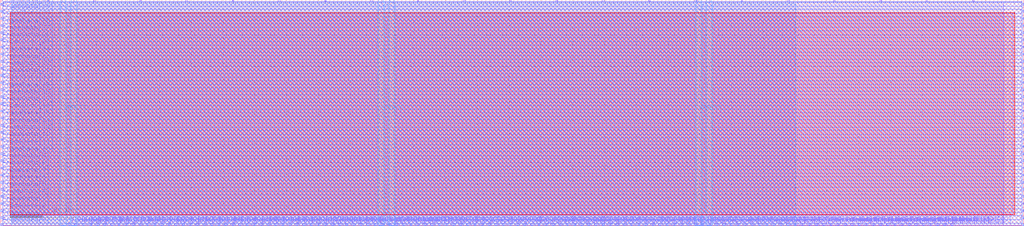
<source format=lef>
VERSION 5.7 ;
  NOWIREEXTENSIONATPIN ON ;
  DIVIDERCHAR "/" ;
  BUSBITCHARS "[]" ;
MACRO N_term_single2
  CLASS BLOCK ;
  FOREIGN N_term_single2 ;
  ORIGIN 0.000 0.000 ;
  SIZE 322.000 BY 71.120 ;
  PIN FrameData[0]
    DIRECTION INPUT ;
    USE SIGNAL ;
    ANTENNAGATEAREA 1.102000 ;
    PORT
      LAYER Metal3 ;
        RECT 0.000 0.000 0.560 0.560 ;
    END
  END FrameData[0]
  PIN FrameData[10]
    DIRECTION INPUT ;
    USE SIGNAL ;
    ANTENNAGATEAREA 1.102000 ;
    PORT
      LAYER Metal3 ;
        RECT 0.000 22.400 0.560 22.960 ;
    END
  END FrameData[10]
  PIN FrameData[11]
    DIRECTION INPUT ;
    USE SIGNAL ;
    ANTENNAGATEAREA 1.102000 ;
    PORT
      LAYER Metal3 ;
        RECT 0.000 24.640 0.560 25.200 ;
    END
  END FrameData[11]
  PIN FrameData[12]
    DIRECTION INPUT ;
    USE SIGNAL ;
    ANTENNAGATEAREA 1.102000 ;
    PORT
      LAYER Metal3 ;
        RECT 0.000 26.880 0.560 27.440 ;
    END
  END FrameData[12]
  PIN FrameData[13]
    DIRECTION INPUT ;
    USE SIGNAL ;
    ANTENNAGATEAREA 1.102000 ;
    PORT
      LAYER Metal3 ;
        RECT 0.000 29.120 0.560 29.680 ;
    END
  END FrameData[13]
  PIN FrameData[14]
    DIRECTION INPUT ;
    USE SIGNAL ;
    ANTENNAGATEAREA 1.102000 ;
    PORT
      LAYER Metal3 ;
        RECT 0.000 31.360 0.560 31.920 ;
    END
  END FrameData[14]
  PIN FrameData[15]
    DIRECTION INPUT ;
    USE SIGNAL ;
    ANTENNAGATEAREA 1.102000 ;
    PORT
      LAYER Metal3 ;
        RECT 0.000 33.600 0.560 34.160 ;
    END
  END FrameData[15]
  PIN FrameData[16]
    DIRECTION INPUT ;
    USE SIGNAL ;
    ANTENNAGATEAREA 1.102000 ;
    PORT
      LAYER Metal3 ;
        RECT 0.000 35.840 0.560 36.400 ;
    END
  END FrameData[16]
  PIN FrameData[17]
    DIRECTION INPUT ;
    USE SIGNAL ;
    ANTENNAGATEAREA 1.102000 ;
    PORT
      LAYER Metal3 ;
        RECT 0.000 38.080 0.560 38.640 ;
    END
  END FrameData[17]
  PIN FrameData[18]
    DIRECTION INPUT ;
    USE SIGNAL ;
    ANTENNAGATEAREA 1.102000 ;
    PORT
      LAYER Metal3 ;
        RECT 0.000 40.320 0.560 40.880 ;
    END
  END FrameData[18]
  PIN FrameData[19]
    DIRECTION INPUT ;
    USE SIGNAL ;
    ANTENNAGATEAREA 1.102000 ;
    PORT
      LAYER Metal3 ;
        RECT 0.000 42.560 0.560 43.120 ;
    END
  END FrameData[19]
  PIN FrameData[1]
    DIRECTION INPUT ;
    USE SIGNAL ;
    ANTENNAGATEAREA 1.102000 ;
    PORT
      LAYER Metal3 ;
        RECT 0.000 2.240 0.560 2.800 ;
    END
  END FrameData[1]
  PIN FrameData[20]
    DIRECTION INPUT ;
    USE SIGNAL ;
    ANTENNAGATEAREA 1.102000 ;
    PORT
      LAYER Metal3 ;
        RECT 0.000 44.800 0.560 45.360 ;
    END
  END FrameData[20]
  PIN FrameData[21]
    DIRECTION INPUT ;
    USE SIGNAL ;
    ANTENNAGATEAREA 1.102000 ;
    PORT
      LAYER Metal3 ;
        RECT 0.000 47.040 0.560 47.600 ;
    END
  END FrameData[21]
  PIN FrameData[22]
    DIRECTION INPUT ;
    USE SIGNAL ;
    ANTENNAGATEAREA 1.102000 ;
    PORT
      LAYER Metal3 ;
        RECT 0.000 49.280 0.560 49.840 ;
    END
  END FrameData[22]
  PIN FrameData[23]
    DIRECTION INPUT ;
    USE SIGNAL ;
    ANTENNAGATEAREA 1.102000 ;
    PORT
      LAYER Metal3 ;
        RECT 0.000 51.520 0.560 52.080 ;
    END
  END FrameData[23]
  PIN FrameData[24]
    DIRECTION INPUT ;
    USE SIGNAL ;
    ANTENNAGATEAREA 1.102000 ;
    PORT
      LAYER Metal3 ;
        RECT 0.000 53.760 0.560 54.320 ;
    END
  END FrameData[24]
  PIN FrameData[25]
    DIRECTION INPUT ;
    USE SIGNAL ;
    ANTENNAGATEAREA 1.102000 ;
    PORT
      LAYER Metal3 ;
        RECT 0.000 56.000 0.560 56.560 ;
    END
  END FrameData[25]
  PIN FrameData[26]
    DIRECTION INPUT ;
    USE SIGNAL ;
    ANTENNAGATEAREA 1.102000 ;
    PORT
      LAYER Metal3 ;
        RECT 0.000 58.240 0.560 58.800 ;
    END
  END FrameData[26]
  PIN FrameData[27]
    DIRECTION INPUT ;
    USE SIGNAL ;
    ANTENNAGATEAREA 1.102000 ;
    PORT
      LAYER Metal3 ;
        RECT 0.000 60.480 0.560 61.040 ;
    END
  END FrameData[27]
  PIN FrameData[28]
    DIRECTION INPUT ;
    USE SIGNAL ;
    ANTENNAGATEAREA 1.102000 ;
    PORT
      LAYER Metal3 ;
        RECT 0.000 62.720 0.560 63.280 ;
    END
  END FrameData[28]
  PIN FrameData[29]
    DIRECTION INPUT ;
    USE SIGNAL ;
    ANTENNAGATEAREA 1.102000 ;
    PORT
      LAYER Metal3 ;
        RECT 0.000 64.960 0.560 65.520 ;
    END
  END FrameData[29]
  PIN FrameData[2]
    DIRECTION INPUT ;
    USE SIGNAL ;
    ANTENNAGATEAREA 1.102000 ;
    PORT
      LAYER Metal3 ;
        RECT 0.000 4.480 0.560 5.040 ;
    END
  END FrameData[2]
  PIN FrameData[30]
    DIRECTION INPUT ;
    USE SIGNAL ;
    ANTENNAGATEAREA 1.102000 ;
    PORT
      LAYER Metal3 ;
        RECT 0.000 67.200 0.560 67.760 ;
    END
  END FrameData[30]
  PIN FrameData[31]
    DIRECTION INPUT ;
    USE SIGNAL ;
    ANTENNAGATEAREA 1.102000 ;
    PORT
      LAYER Metal3 ;
        RECT 0.000 69.440 0.560 70.000 ;
    END
  END FrameData[31]
  PIN FrameData[3]
    DIRECTION INPUT ;
    USE SIGNAL ;
    ANTENNAGATEAREA 1.102000 ;
    PORT
      LAYER Metal3 ;
        RECT 0.000 6.720 0.560 7.280 ;
    END
  END FrameData[3]
  PIN FrameData[4]
    DIRECTION INPUT ;
    USE SIGNAL ;
    ANTENNAGATEAREA 1.102000 ;
    PORT
      LAYER Metal3 ;
        RECT 0.000 8.960 0.560 9.520 ;
    END
  END FrameData[4]
  PIN FrameData[5]
    DIRECTION INPUT ;
    USE SIGNAL ;
    ANTENNAGATEAREA 1.102000 ;
    PORT
      LAYER Metal3 ;
        RECT 0.000 11.200 0.560 11.760 ;
    END
  END FrameData[5]
  PIN FrameData[6]
    DIRECTION INPUT ;
    USE SIGNAL ;
    ANTENNAGATEAREA 1.102000 ;
    PORT
      LAYER Metal3 ;
        RECT 0.000 13.440 0.560 14.000 ;
    END
  END FrameData[6]
  PIN FrameData[7]
    DIRECTION INPUT ;
    USE SIGNAL ;
    ANTENNAGATEAREA 1.102000 ;
    PORT
      LAYER Metal3 ;
        RECT 0.000 15.680 0.560 16.240 ;
    END
  END FrameData[7]
  PIN FrameData[8]
    DIRECTION INPUT ;
    USE SIGNAL ;
    ANTENNAGATEAREA 1.102000 ;
    PORT
      LAYER Metal3 ;
        RECT 0.000 17.920 0.560 18.480 ;
    END
  END FrameData[8]
  PIN FrameData[9]
    DIRECTION INPUT ;
    USE SIGNAL ;
    ANTENNAGATEAREA 1.102000 ;
    PORT
      LAYER Metal3 ;
        RECT 0.000 20.160 0.560 20.720 ;
    END
  END FrameData[9]
  PIN FrameData_O[0]
    DIRECTION OUTPUT ;
    USE SIGNAL ;
    ANTENNADIFFAREA 2.365600 ;
    PORT
      LAYER Metal3 ;
        RECT 321.440 0.000 322.000 0.560 ;
    END
  END FrameData_O[0]
  PIN FrameData_O[10]
    DIRECTION OUTPUT ;
    USE SIGNAL ;
    ANTENNADIFFAREA 2.365600 ;
    PORT
      LAYER Metal3 ;
        RECT 321.440 22.400 322.000 22.960 ;
    END
  END FrameData_O[10]
  PIN FrameData_O[11]
    DIRECTION OUTPUT ;
    USE SIGNAL ;
    ANTENNADIFFAREA 2.365600 ;
    PORT
      LAYER Metal3 ;
        RECT 321.440 24.640 322.000 25.200 ;
    END
  END FrameData_O[11]
  PIN FrameData_O[12]
    DIRECTION OUTPUT ;
    USE SIGNAL ;
    ANTENNADIFFAREA 2.365600 ;
    PORT
      LAYER Metal3 ;
        RECT 321.440 26.880 322.000 27.440 ;
    END
  END FrameData_O[12]
  PIN FrameData_O[13]
    DIRECTION OUTPUT ;
    USE SIGNAL ;
    ANTENNADIFFAREA 2.365600 ;
    PORT
      LAYER Metal3 ;
        RECT 321.440 29.120 322.000 29.680 ;
    END
  END FrameData_O[13]
  PIN FrameData_O[14]
    DIRECTION OUTPUT ;
    USE SIGNAL ;
    ANTENNADIFFAREA 2.365600 ;
    PORT
      LAYER Metal3 ;
        RECT 321.440 31.360 322.000 31.920 ;
    END
  END FrameData_O[14]
  PIN FrameData_O[15]
    DIRECTION OUTPUT ;
    USE SIGNAL ;
    ANTENNADIFFAREA 2.365600 ;
    PORT
      LAYER Metal3 ;
        RECT 321.440 33.600 322.000 34.160 ;
    END
  END FrameData_O[15]
  PIN FrameData_O[16]
    DIRECTION OUTPUT ;
    USE SIGNAL ;
    ANTENNADIFFAREA 2.365600 ;
    PORT
      LAYER Metal3 ;
        RECT 321.440 35.840 322.000 36.400 ;
    END
  END FrameData_O[16]
  PIN FrameData_O[17]
    DIRECTION OUTPUT ;
    USE SIGNAL ;
    ANTENNADIFFAREA 2.365600 ;
    PORT
      LAYER Metal3 ;
        RECT 321.440 38.080 322.000 38.640 ;
    END
  END FrameData_O[17]
  PIN FrameData_O[18]
    DIRECTION OUTPUT ;
    USE SIGNAL ;
    ANTENNADIFFAREA 2.365600 ;
    PORT
      LAYER Metal3 ;
        RECT 321.440 40.320 322.000 40.880 ;
    END
  END FrameData_O[18]
  PIN FrameData_O[19]
    DIRECTION OUTPUT ;
    USE SIGNAL ;
    ANTENNADIFFAREA 2.365600 ;
    PORT
      LAYER Metal3 ;
        RECT 321.440 42.560 322.000 43.120 ;
    END
  END FrameData_O[19]
  PIN FrameData_O[1]
    DIRECTION OUTPUT ;
    USE SIGNAL ;
    ANTENNADIFFAREA 2.365600 ;
    PORT
      LAYER Metal3 ;
        RECT 321.440 2.240 322.000 2.800 ;
    END
  END FrameData_O[1]
  PIN FrameData_O[20]
    DIRECTION OUTPUT ;
    USE SIGNAL ;
    ANTENNADIFFAREA 2.365600 ;
    PORT
      LAYER Metal3 ;
        RECT 321.440 44.800 322.000 45.360 ;
    END
  END FrameData_O[20]
  PIN FrameData_O[21]
    DIRECTION OUTPUT ;
    USE SIGNAL ;
    ANTENNADIFFAREA 2.365600 ;
    PORT
      LAYER Metal3 ;
        RECT 321.440 47.040 322.000 47.600 ;
    END
  END FrameData_O[21]
  PIN FrameData_O[22]
    DIRECTION OUTPUT ;
    USE SIGNAL ;
    ANTENNADIFFAREA 2.365600 ;
    PORT
      LAYER Metal3 ;
        RECT 321.440 49.280 322.000 49.840 ;
    END
  END FrameData_O[22]
  PIN FrameData_O[23]
    DIRECTION OUTPUT ;
    USE SIGNAL ;
    ANTENNADIFFAREA 2.365600 ;
    PORT
      LAYER Metal3 ;
        RECT 321.440 51.520 322.000 52.080 ;
    END
  END FrameData_O[23]
  PIN FrameData_O[24]
    DIRECTION OUTPUT ;
    USE SIGNAL ;
    ANTENNADIFFAREA 2.365600 ;
    PORT
      LAYER Metal3 ;
        RECT 321.440 53.760 322.000 54.320 ;
    END
  END FrameData_O[24]
  PIN FrameData_O[25]
    DIRECTION OUTPUT ;
    USE SIGNAL ;
    ANTENNADIFFAREA 2.365600 ;
    PORT
      LAYER Metal3 ;
        RECT 321.440 56.000 322.000 56.560 ;
    END
  END FrameData_O[25]
  PIN FrameData_O[26]
    DIRECTION OUTPUT ;
    USE SIGNAL ;
    ANTENNADIFFAREA 2.365600 ;
    PORT
      LAYER Metal3 ;
        RECT 321.440 58.240 322.000 58.800 ;
    END
  END FrameData_O[26]
  PIN FrameData_O[27]
    DIRECTION OUTPUT ;
    USE SIGNAL ;
    ANTENNADIFFAREA 2.365600 ;
    PORT
      LAYER Metal3 ;
        RECT 321.440 60.480 322.000 61.040 ;
    END
  END FrameData_O[27]
  PIN FrameData_O[28]
    DIRECTION OUTPUT ;
    USE SIGNAL ;
    ANTENNADIFFAREA 2.365600 ;
    PORT
      LAYER Metal3 ;
        RECT 321.440 62.720 322.000 63.280 ;
    END
  END FrameData_O[28]
  PIN FrameData_O[29]
    DIRECTION OUTPUT ;
    USE SIGNAL ;
    ANTENNADIFFAREA 2.365600 ;
    PORT
      LAYER Metal3 ;
        RECT 321.440 64.960 322.000 65.520 ;
    END
  END FrameData_O[29]
  PIN FrameData_O[2]
    DIRECTION OUTPUT ;
    USE SIGNAL ;
    ANTENNADIFFAREA 2.365600 ;
    PORT
      LAYER Metal3 ;
        RECT 321.440 4.480 322.000 5.040 ;
    END
  END FrameData_O[2]
  PIN FrameData_O[30]
    DIRECTION OUTPUT ;
    USE SIGNAL ;
    ANTENNADIFFAREA 2.365600 ;
    PORT
      LAYER Metal3 ;
        RECT 321.440 67.200 322.000 67.760 ;
    END
  END FrameData_O[30]
  PIN FrameData_O[31]
    DIRECTION OUTPUT ;
    USE SIGNAL ;
    ANTENNADIFFAREA 2.365600 ;
    PORT
      LAYER Metal3 ;
        RECT 321.440 69.440 322.000 70.000 ;
    END
  END FrameData_O[31]
  PIN FrameData_O[3]
    DIRECTION OUTPUT ;
    USE SIGNAL ;
    ANTENNADIFFAREA 2.365600 ;
    PORT
      LAYER Metal3 ;
        RECT 321.440 6.720 322.000 7.280 ;
    END
  END FrameData_O[3]
  PIN FrameData_O[4]
    DIRECTION OUTPUT ;
    USE SIGNAL ;
    ANTENNADIFFAREA 2.365600 ;
    PORT
      LAYER Metal3 ;
        RECT 321.440 8.960 322.000 9.520 ;
    END
  END FrameData_O[4]
  PIN FrameData_O[5]
    DIRECTION OUTPUT ;
    USE SIGNAL ;
    ANTENNADIFFAREA 2.365600 ;
    PORT
      LAYER Metal3 ;
        RECT 321.440 11.200 322.000 11.760 ;
    END
  END FrameData_O[5]
  PIN FrameData_O[6]
    DIRECTION OUTPUT ;
    USE SIGNAL ;
    ANTENNADIFFAREA 2.365600 ;
    PORT
      LAYER Metal3 ;
        RECT 321.440 13.440 322.000 14.000 ;
    END
  END FrameData_O[6]
  PIN FrameData_O[7]
    DIRECTION OUTPUT ;
    USE SIGNAL ;
    ANTENNADIFFAREA 2.365600 ;
    PORT
      LAYER Metal3 ;
        RECT 321.440 15.680 322.000 16.240 ;
    END
  END FrameData_O[7]
  PIN FrameData_O[8]
    DIRECTION OUTPUT ;
    USE SIGNAL ;
    ANTENNADIFFAREA 2.365600 ;
    PORT
      LAYER Metal3 ;
        RECT 321.440 17.920 322.000 18.480 ;
    END
  END FrameData_O[8]
  PIN FrameData_O[9]
    DIRECTION OUTPUT ;
    USE SIGNAL ;
    ANTENNADIFFAREA 2.365600 ;
    PORT
      LAYER Metal3 ;
        RECT 321.440 20.160 322.000 20.720 ;
    END
  END FrameData_O[9]
  PIN FrameStrobe[0]
    DIRECTION INPUT ;
    USE SIGNAL ;
    ANTENNAGATEAREA 1.102000 ;
    PORT
      LAYER Metal2 ;
        RECT 256.480 0.000 257.040 0.560 ;
    END
  END FrameStrobe[0]
  PIN FrameStrobe[10]
    DIRECTION INPUT ;
    USE SIGNAL ;
    ANTENNAGATEAREA 1.102000 ;
    PORT
      LAYER Metal2 ;
        RECT 278.880 0.000 279.440 0.560 ;
    END
  END FrameStrobe[10]
  PIN FrameStrobe[11]
    DIRECTION INPUT ;
    USE SIGNAL ;
    ANTENNAGATEAREA 1.102000 ;
    PORT
      LAYER Metal2 ;
        RECT 281.120 0.000 281.680 0.560 ;
    END
  END FrameStrobe[11]
  PIN FrameStrobe[12]
    DIRECTION INPUT ;
    USE SIGNAL ;
    ANTENNAGATEAREA 1.102000 ;
    PORT
      LAYER Metal2 ;
        RECT 283.360 0.000 283.920 0.560 ;
    END
  END FrameStrobe[12]
  PIN FrameStrobe[13]
    DIRECTION INPUT ;
    USE SIGNAL ;
    ANTENNAGATEAREA 1.102000 ;
    PORT
      LAYER Metal2 ;
        RECT 285.600 0.000 286.160 0.560 ;
    END
  END FrameStrobe[13]
  PIN FrameStrobe[14]
    DIRECTION INPUT ;
    USE SIGNAL ;
    ANTENNAGATEAREA 1.102000 ;
    PORT
      LAYER Metal2 ;
        RECT 287.840 0.000 288.400 0.560 ;
    END
  END FrameStrobe[14]
  PIN FrameStrobe[15]
    DIRECTION INPUT ;
    USE SIGNAL ;
    ANTENNAGATEAREA 1.102000 ;
    PORT
      LAYER Metal2 ;
        RECT 290.080 0.000 290.640 0.560 ;
    END
  END FrameStrobe[15]
  PIN FrameStrobe[16]
    DIRECTION INPUT ;
    USE SIGNAL ;
    ANTENNAGATEAREA 1.102000 ;
    PORT
      LAYER Metal2 ;
        RECT 292.320 0.000 292.880 0.560 ;
    END
  END FrameStrobe[16]
  PIN FrameStrobe[17]
    DIRECTION INPUT ;
    USE SIGNAL ;
    ANTENNAGATEAREA 1.102000 ;
    PORT
      LAYER Metal2 ;
        RECT 294.560 0.000 295.120 0.560 ;
    END
  END FrameStrobe[17]
  PIN FrameStrobe[18]
    DIRECTION INPUT ;
    USE SIGNAL ;
    ANTENNAGATEAREA 1.102000 ;
    PORT
      LAYER Metal2 ;
        RECT 296.800 0.000 297.360 0.560 ;
    END
  END FrameStrobe[18]
  PIN FrameStrobe[19]
    DIRECTION INPUT ;
    USE SIGNAL ;
    ANTENNAGATEAREA 1.102000 ;
    PORT
      LAYER Metal2 ;
        RECT 299.040 0.000 299.600 0.560 ;
    END
  END FrameStrobe[19]
  PIN FrameStrobe[1]
    DIRECTION INPUT ;
    USE SIGNAL ;
    ANTENNAGATEAREA 1.102000 ;
    PORT
      LAYER Metal2 ;
        RECT 258.720 0.000 259.280 0.560 ;
    END
  END FrameStrobe[1]
  PIN FrameStrobe[2]
    DIRECTION INPUT ;
    USE SIGNAL ;
    ANTENNAGATEAREA 1.102000 ;
    PORT
      LAYER Metal2 ;
        RECT 260.960 0.000 261.520 0.560 ;
    END
  END FrameStrobe[2]
  PIN FrameStrobe[3]
    DIRECTION INPUT ;
    USE SIGNAL ;
    ANTENNAGATEAREA 1.102000 ;
    PORT
      LAYER Metal2 ;
        RECT 263.200 0.000 263.760 0.560 ;
    END
  END FrameStrobe[3]
  PIN FrameStrobe[4]
    DIRECTION INPUT ;
    USE SIGNAL ;
    ANTENNAGATEAREA 1.102000 ;
    PORT
      LAYER Metal2 ;
        RECT 265.440 0.000 266.000 0.560 ;
    END
  END FrameStrobe[4]
  PIN FrameStrobe[5]
    DIRECTION INPUT ;
    USE SIGNAL ;
    ANTENNAGATEAREA 1.102000 ;
    PORT
      LAYER Metal2 ;
        RECT 267.680 0.000 268.240 0.560 ;
    END
  END FrameStrobe[5]
  PIN FrameStrobe[6]
    DIRECTION INPUT ;
    USE SIGNAL ;
    ANTENNAGATEAREA 1.102000 ;
    PORT
      LAYER Metal2 ;
        RECT 269.920 0.000 270.480 0.560 ;
    END
  END FrameStrobe[6]
  PIN FrameStrobe[7]
    DIRECTION INPUT ;
    USE SIGNAL ;
    ANTENNAGATEAREA 1.102000 ;
    PORT
      LAYER Metal2 ;
        RECT 272.160 0.000 272.720 0.560 ;
    END
  END FrameStrobe[7]
  PIN FrameStrobe[8]
    DIRECTION INPUT ;
    USE SIGNAL ;
    ANTENNAGATEAREA 1.102000 ;
    PORT
      LAYER Metal2 ;
        RECT 274.400 0.000 274.960 0.560 ;
    END
  END FrameStrobe[8]
  PIN FrameStrobe[9]
    DIRECTION INPUT ;
    USE SIGNAL ;
    ANTENNAGATEAREA 1.102000 ;
    PORT
      LAYER Metal2 ;
        RECT 276.640 0.000 277.200 0.560 ;
    END
  END FrameStrobe[9]
  PIN FrameStrobe_O[0]
    DIRECTION OUTPUT ;
    USE SIGNAL ;
    ANTENNADIFFAREA 2.365600 ;
    PORT
      LAYER Metal2 ;
        RECT 29.120 70.560 29.680 71.120 ;
    END
  END FrameStrobe_O[0]
  PIN FrameStrobe_O[10]
    DIRECTION OUTPUT ;
    USE SIGNAL ;
    ANTENNADIFFAREA 2.365600 ;
    PORT
      LAYER Metal2 ;
        RECT 174.720 70.560 175.280 71.120 ;
    END
  END FrameStrobe_O[10]
  PIN FrameStrobe_O[11]
    DIRECTION OUTPUT ;
    USE SIGNAL ;
    ANTENNADIFFAREA 2.365600 ;
    PORT
      LAYER Metal2 ;
        RECT 189.280 70.560 189.840 71.120 ;
    END
  END FrameStrobe_O[11]
  PIN FrameStrobe_O[12]
    DIRECTION OUTPUT ;
    USE SIGNAL ;
    ANTENNADIFFAREA 2.365600 ;
    PORT
      LAYER Metal2 ;
        RECT 203.840 70.560 204.400 71.120 ;
    END
  END FrameStrobe_O[12]
  PIN FrameStrobe_O[13]
    DIRECTION OUTPUT ;
    USE SIGNAL ;
    ANTENNADIFFAREA 2.365600 ;
    PORT
      LAYER Metal2 ;
        RECT 218.400 70.560 218.960 71.120 ;
    END
  END FrameStrobe_O[13]
  PIN FrameStrobe_O[14]
    DIRECTION OUTPUT ;
    USE SIGNAL ;
    ANTENNADIFFAREA 2.365600 ;
    PORT
      LAYER Metal2 ;
        RECT 232.960 70.560 233.520 71.120 ;
    END
  END FrameStrobe_O[14]
  PIN FrameStrobe_O[15]
    DIRECTION OUTPUT ;
    USE SIGNAL ;
    ANTENNADIFFAREA 2.365600 ;
    PORT
      LAYER Metal2 ;
        RECT 247.520 70.560 248.080 71.120 ;
    END
  END FrameStrobe_O[15]
  PIN FrameStrobe_O[16]
    DIRECTION OUTPUT ;
    USE SIGNAL ;
    ANTENNADIFFAREA 2.365600 ;
    PORT
      LAYER Metal2 ;
        RECT 262.080 70.560 262.640 71.120 ;
    END
  END FrameStrobe_O[16]
  PIN FrameStrobe_O[17]
    DIRECTION OUTPUT ;
    USE SIGNAL ;
    ANTENNADIFFAREA 2.365600 ;
    PORT
      LAYER Metal2 ;
        RECT 276.640 70.560 277.200 71.120 ;
    END
  END FrameStrobe_O[17]
  PIN FrameStrobe_O[18]
    DIRECTION OUTPUT ;
    USE SIGNAL ;
    ANTENNADIFFAREA 2.365600 ;
    PORT
      LAYER Metal2 ;
        RECT 291.200 70.560 291.760 71.120 ;
    END
  END FrameStrobe_O[18]
  PIN FrameStrobe_O[19]
    DIRECTION OUTPUT ;
    USE SIGNAL ;
    ANTENNADIFFAREA 2.365600 ;
    PORT
      LAYER Metal2 ;
        RECT 305.760 70.560 306.320 71.120 ;
    END
  END FrameStrobe_O[19]
  PIN FrameStrobe_O[1]
    DIRECTION OUTPUT ;
    USE SIGNAL ;
    ANTENNADIFFAREA 2.365600 ;
    PORT
      LAYER Metal2 ;
        RECT 43.680 70.560 44.240 71.120 ;
    END
  END FrameStrobe_O[1]
  PIN FrameStrobe_O[2]
    DIRECTION OUTPUT ;
    USE SIGNAL ;
    ANTENNADIFFAREA 2.365600 ;
    PORT
      LAYER Metal2 ;
        RECT 58.240 70.560 58.800 71.120 ;
    END
  END FrameStrobe_O[2]
  PIN FrameStrobe_O[3]
    DIRECTION OUTPUT ;
    USE SIGNAL ;
    ANTENNADIFFAREA 2.365600 ;
    PORT
      LAYER Metal2 ;
        RECT 72.800 70.560 73.360 71.120 ;
    END
  END FrameStrobe_O[3]
  PIN FrameStrobe_O[4]
    DIRECTION OUTPUT ;
    USE SIGNAL ;
    ANTENNADIFFAREA 2.365600 ;
    PORT
      LAYER Metal2 ;
        RECT 87.360 70.560 87.920 71.120 ;
    END
  END FrameStrobe_O[4]
  PIN FrameStrobe_O[5]
    DIRECTION OUTPUT ;
    USE SIGNAL ;
    ANTENNADIFFAREA 2.365600 ;
    PORT
      LAYER Metal2 ;
        RECT 101.920 70.560 102.480 71.120 ;
    END
  END FrameStrobe_O[5]
  PIN FrameStrobe_O[6]
    DIRECTION OUTPUT ;
    USE SIGNAL ;
    ANTENNADIFFAREA 2.365600 ;
    PORT
      LAYER Metal2 ;
        RECT 116.480 70.560 117.040 71.120 ;
    END
  END FrameStrobe_O[6]
  PIN FrameStrobe_O[7]
    DIRECTION OUTPUT ;
    USE SIGNAL ;
    ANTENNADIFFAREA 2.365600 ;
    PORT
      LAYER Metal2 ;
        RECT 131.040 70.560 131.600 71.120 ;
    END
  END FrameStrobe_O[7]
  PIN FrameStrobe_O[8]
    DIRECTION OUTPUT ;
    USE SIGNAL ;
    ANTENNADIFFAREA 2.365600 ;
    PORT
      LAYER Metal2 ;
        RECT 145.600 70.560 146.160 71.120 ;
    END
  END FrameStrobe_O[8]
  PIN FrameStrobe_O[9]
    DIRECTION OUTPUT ;
    USE SIGNAL ;
    ANTENNADIFFAREA 2.365600 ;
    PORT
      LAYER Metal2 ;
        RECT 160.160 70.560 160.720 71.120 ;
    END
  END FrameStrobe_O[9]
  PIN N1END[0]
    DIRECTION INPUT ;
    USE SIGNAL ;
    ANTENNAGATEAREA 1.102000 ;
    PORT
      LAYER Metal2 ;
        RECT 21.280 0.000 21.840 0.560 ;
    END
  END N1END[0]
  PIN N1END[1]
    DIRECTION INPUT ;
    USE SIGNAL ;
    ANTENNAGATEAREA 1.102000 ;
    PORT
      LAYER Metal2 ;
        RECT 23.520 0.000 24.080 0.560 ;
    END
  END N1END[1]
  PIN N1END[2]
    DIRECTION INPUT ;
    USE SIGNAL ;
    ANTENNAGATEAREA 1.102000 ;
    PORT
      LAYER Metal2 ;
        RECT 25.760 0.000 26.320 0.560 ;
    END
  END N1END[2]
  PIN N1END[3]
    DIRECTION INPUT ;
    USE SIGNAL ;
    ANTENNAGATEAREA 1.102000 ;
    PORT
      LAYER Metal2 ;
        RECT 28.000 0.000 28.560 0.560 ;
    END
  END N1END[3]
  PIN N2END[0]
    DIRECTION INPUT ;
    USE SIGNAL ;
    ANTENNAGATEAREA 1.102000 ;
    PORT
      LAYER Metal2 ;
        RECT 48.160 0.000 48.720 0.560 ;
    END
  END N2END[0]
  PIN N2END[1]
    DIRECTION INPUT ;
    USE SIGNAL ;
    ANTENNAGATEAREA 1.102000 ;
    PORT
      LAYER Metal2 ;
        RECT 50.400 0.000 50.960 0.560 ;
    END
  END N2END[1]
  PIN N2END[2]
    DIRECTION INPUT ;
    USE SIGNAL ;
    ANTENNAGATEAREA 1.102000 ;
    PORT
      LAYER Metal2 ;
        RECT 52.640 0.000 53.200 0.560 ;
    END
  END N2END[2]
  PIN N2END[3]
    DIRECTION INPUT ;
    USE SIGNAL ;
    ANTENNAGATEAREA 1.102000 ;
    PORT
      LAYER Metal2 ;
        RECT 54.880 0.000 55.440 0.560 ;
    END
  END N2END[3]
  PIN N2END[4]
    DIRECTION INPUT ;
    USE SIGNAL ;
    ANTENNAGATEAREA 1.102000 ;
    PORT
      LAYER Metal2 ;
        RECT 57.120 0.000 57.680 0.560 ;
    END
  END N2END[4]
  PIN N2END[5]
    DIRECTION INPUT ;
    USE SIGNAL ;
    ANTENNAGATEAREA 1.102000 ;
    PORT
      LAYER Metal2 ;
        RECT 59.360 0.000 59.920 0.560 ;
    END
  END N2END[5]
  PIN N2END[6]
    DIRECTION INPUT ;
    USE SIGNAL ;
    ANTENNAGATEAREA 1.102000 ;
    PORT
      LAYER Metal2 ;
        RECT 61.600 0.000 62.160 0.560 ;
    END
  END N2END[6]
  PIN N2END[7]
    DIRECTION INPUT ;
    USE SIGNAL ;
    ANTENNAGATEAREA 1.102000 ;
    PORT
      LAYER Metal2 ;
        RECT 63.840 0.000 64.400 0.560 ;
    END
  END N2END[7]
  PIN N2MID[0]
    DIRECTION INPUT ;
    USE SIGNAL ;
    ANTENNAGATEAREA 1.102000 ;
    PORT
      LAYER Metal2 ;
        RECT 30.240 0.000 30.800 0.560 ;
    END
  END N2MID[0]
  PIN N2MID[1]
    DIRECTION INPUT ;
    USE SIGNAL ;
    ANTENNAGATEAREA 1.102000 ;
    PORT
      LAYER Metal2 ;
        RECT 32.480 0.000 33.040 0.560 ;
    END
  END N2MID[1]
  PIN N2MID[2]
    DIRECTION INPUT ;
    USE SIGNAL ;
    ANTENNAGATEAREA 1.102000 ;
    PORT
      LAYER Metal2 ;
        RECT 34.720 0.000 35.280 0.560 ;
    END
  END N2MID[2]
  PIN N2MID[3]
    DIRECTION INPUT ;
    USE SIGNAL ;
    ANTENNAGATEAREA 1.102000 ;
    PORT
      LAYER Metal2 ;
        RECT 36.960 0.000 37.520 0.560 ;
    END
  END N2MID[3]
  PIN N2MID[4]
    DIRECTION INPUT ;
    USE SIGNAL ;
    ANTENNAGATEAREA 1.102000 ;
    PORT
      LAYER Metal2 ;
        RECT 39.200 0.000 39.760 0.560 ;
    END
  END N2MID[4]
  PIN N2MID[5]
    DIRECTION INPUT ;
    USE SIGNAL ;
    ANTENNAGATEAREA 1.102000 ;
    PORT
      LAYER Metal2 ;
        RECT 41.440 0.000 42.000 0.560 ;
    END
  END N2MID[5]
  PIN N2MID[6]
    DIRECTION INPUT ;
    USE SIGNAL ;
    ANTENNAGATEAREA 1.102000 ;
    PORT
      LAYER Metal2 ;
        RECT 43.680 0.000 44.240 0.560 ;
    END
  END N2MID[6]
  PIN N2MID[7]
    DIRECTION INPUT ;
    USE SIGNAL ;
    ANTENNAGATEAREA 1.102000 ;
    PORT
      LAYER Metal2 ;
        RECT 45.920 0.000 46.480 0.560 ;
    END
  END N2MID[7]
  PIN N4END[0]
    DIRECTION INPUT ;
    USE SIGNAL ;
    ANTENNAGATEAREA 1.102000 ;
    PORT
      LAYER Metal2 ;
        RECT 66.080 0.000 66.640 0.560 ;
    END
  END N4END[0]
  PIN N4END[10]
    DIRECTION INPUT ;
    USE SIGNAL ;
    ANTENNAGATEAREA 1.102000 ;
    PORT
      LAYER Metal2 ;
        RECT 88.480 0.000 89.040 0.560 ;
    END
  END N4END[10]
  PIN N4END[11]
    DIRECTION INPUT ;
    USE SIGNAL ;
    ANTENNAGATEAREA 1.102000 ;
    PORT
      LAYER Metal2 ;
        RECT 90.720 0.000 91.280 0.560 ;
    END
  END N4END[11]
  PIN N4END[12]
    DIRECTION INPUT ;
    USE SIGNAL ;
    ANTENNAGATEAREA 1.102000 ;
    PORT
      LAYER Metal2 ;
        RECT 92.960 0.000 93.520 0.560 ;
    END
  END N4END[12]
  PIN N4END[13]
    DIRECTION INPUT ;
    USE SIGNAL ;
    ANTENNAGATEAREA 1.102000 ;
    PORT
      LAYER Metal2 ;
        RECT 95.200 0.000 95.760 0.560 ;
    END
  END N4END[13]
  PIN N4END[14]
    DIRECTION INPUT ;
    USE SIGNAL ;
    ANTENNAGATEAREA 1.102000 ;
    PORT
      LAYER Metal2 ;
        RECT 97.440 0.000 98.000 0.560 ;
    END
  END N4END[14]
  PIN N4END[15]
    DIRECTION INPUT ;
    USE SIGNAL ;
    ANTENNAGATEAREA 1.102000 ;
    PORT
      LAYER Metal2 ;
        RECT 99.680 0.000 100.240 0.560 ;
    END
  END N4END[15]
  PIN N4END[1]
    DIRECTION INPUT ;
    USE SIGNAL ;
    ANTENNAGATEAREA 1.102000 ;
    PORT
      LAYER Metal2 ;
        RECT 68.320 0.000 68.880 0.560 ;
    END
  END N4END[1]
  PIN N4END[2]
    DIRECTION INPUT ;
    USE SIGNAL ;
    ANTENNAGATEAREA 1.102000 ;
    PORT
      LAYER Metal2 ;
        RECT 70.560 0.000 71.120 0.560 ;
    END
  END N4END[2]
  PIN N4END[3]
    DIRECTION INPUT ;
    USE SIGNAL ;
    ANTENNAGATEAREA 1.102000 ;
    PORT
      LAYER Metal2 ;
        RECT 72.800 0.000 73.360 0.560 ;
    END
  END N4END[3]
  PIN N4END[4]
    DIRECTION INPUT ;
    USE SIGNAL ;
    ANTENNAGATEAREA 1.102000 ;
    PORT
      LAYER Metal2 ;
        RECT 75.040 0.000 75.600 0.560 ;
    END
  END N4END[4]
  PIN N4END[5]
    DIRECTION INPUT ;
    USE SIGNAL ;
    ANTENNAGATEAREA 1.102000 ;
    PORT
      LAYER Metal2 ;
        RECT 77.280 0.000 77.840 0.560 ;
    END
  END N4END[5]
  PIN N4END[6]
    DIRECTION INPUT ;
    USE SIGNAL ;
    ANTENNAGATEAREA 1.102000 ;
    PORT
      LAYER Metal2 ;
        RECT 79.520 0.000 80.080 0.560 ;
    END
  END N4END[6]
  PIN N4END[7]
    DIRECTION INPUT ;
    USE SIGNAL ;
    ANTENNAGATEAREA 1.102000 ;
    PORT
      LAYER Metal2 ;
        RECT 81.760 0.000 82.320 0.560 ;
    END
  END N4END[7]
  PIN N4END[8]
    DIRECTION INPUT ;
    USE SIGNAL ;
    ANTENNAGATEAREA 1.102000 ;
    PORT
      LAYER Metal2 ;
        RECT 84.000 0.000 84.560 0.560 ;
    END
  END N4END[8]
  PIN N4END[9]
    DIRECTION INPUT ;
    USE SIGNAL ;
    ANTENNAGATEAREA 1.102000 ;
    PORT
      LAYER Metal2 ;
        RECT 86.240 0.000 86.800 0.560 ;
    END
  END N4END[9]
  PIN NN4END[0]
    DIRECTION INPUT ;
    USE SIGNAL ;
    ANTENNAGATEAREA 1.102000 ;
    PORT
      LAYER Metal2 ;
        RECT 101.920 0.000 102.480 0.560 ;
    END
  END NN4END[0]
  PIN NN4END[10]
    DIRECTION INPUT ;
    USE SIGNAL ;
    ANTENNAGATEAREA 1.102000 ;
    PORT
      LAYER Metal2 ;
        RECT 124.320 0.000 124.880 0.560 ;
    END
  END NN4END[10]
  PIN NN4END[11]
    DIRECTION INPUT ;
    USE SIGNAL ;
    ANTENNAGATEAREA 1.102000 ;
    PORT
      LAYER Metal2 ;
        RECT 126.560 0.000 127.120 0.560 ;
    END
  END NN4END[11]
  PIN NN4END[12]
    DIRECTION INPUT ;
    USE SIGNAL ;
    ANTENNAGATEAREA 1.102000 ;
    PORT
      LAYER Metal2 ;
        RECT 128.800 0.000 129.360 0.560 ;
    END
  END NN4END[12]
  PIN NN4END[13]
    DIRECTION INPUT ;
    USE SIGNAL ;
    ANTENNAGATEAREA 1.102000 ;
    PORT
      LAYER Metal2 ;
        RECT 131.040 0.000 131.600 0.560 ;
    END
  END NN4END[13]
  PIN NN4END[14]
    DIRECTION INPUT ;
    USE SIGNAL ;
    ANTENNAGATEAREA 1.102000 ;
    PORT
      LAYER Metal2 ;
        RECT 133.280 0.000 133.840 0.560 ;
    END
  END NN4END[14]
  PIN NN4END[15]
    DIRECTION INPUT ;
    USE SIGNAL ;
    ANTENNAGATEAREA 1.102000 ;
    PORT
      LAYER Metal2 ;
        RECT 135.520 0.000 136.080 0.560 ;
    END
  END NN4END[15]
  PIN NN4END[1]
    DIRECTION INPUT ;
    USE SIGNAL ;
    ANTENNAGATEAREA 1.102000 ;
    PORT
      LAYER Metal2 ;
        RECT 104.160 0.000 104.720 0.560 ;
    END
  END NN4END[1]
  PIN NN4END[2]
    DIRECTION INPUT ;
    USE SIGNAL ;
    ANTENNAGATEAREA 1.102000 ;
    PORT
      LAYER Metal2 ;
        RECT 106.400 0.000 106.960 0.560 ;
    END
  END NN4END[2]
  PIN NN4END[3]
    DIRECTION INPUT ;
    USE SIGNAL ;
    ANTENNAGATEAREA 1.102000 ;
    PORT
      LAYER Metal2 ;
        RECT 108.640 0.000 109.200 0.560 ;
    END
  END NN4END[3]
  PIN NN4END[4]
    DIRECTION INPUT ;
    USE SIGNAL ;
    ANTENNAGATEAREA 1.102000 ;
    PORT
      LAYER Metal2 ;
        RECT 110.880 0.000 111.440 0.560 ;
    END
  END NN4END[4]
  PIN NN4END[5]
    DIRECTION INPUT ;
    USE SIGNAL ;
    ANTENNAGATEAREA 1.102000 ;
    PORT
      LAYER Metal2 ;
        RECT 113.120 0.000 113.680 0.560 ;
    END
  END NN4END[5]
  PIN NN4END[6]
    DIRECTION INPUT ;
    USE SIGNAL ;
    ANTENNAGATEAREA 1.102000 ;
    PORT
      LAYER Metal2 ;
        RECT 115.360 0.000 115.920 0.560 ;
    END
  END NN4END[6]
  PIN NN4END[7]
    DIRECTION INPUT ;
    USE SIGNAL ;
    ANTENNAGATEAREA 1.102000 ;
    PORT
      LAYER Metal2 ;
        RECT 117.600 0.000 118.160 0.560 ;
    END
  END NN4END[7]
  PIN NN4END[8]
    DIRECTION INPUT ;
    USE SIGNAL ;
    ANTENNAGATEAREA 1.102000 ;
    PORT
      LAYER Metal2 ;
        RECT 119.840 0.000 120.400 0.560 ;
    END
  END NN4END[8]
  PIN NN4END[9]
    DIRECTION INPUT ;
    USE SIGNAL ;
    ANTENNAGATEAREA 1.102000 ;
    PORT
      LAYER Metal2 ;
        RECT 122.080 0.000 122.640 0.560 ;
    END
  END NN4END[9]
  PIN S1BEG[0]
    DIRECTION OUTPUT ;
    USE SIGNAL ;
    ANTENNADIFFAREA 2.365600 ;
    PORT
      LAYER Metal2 ;
        RECT 137.760 0.000 138.320 0.560 ;
    END
  END S1BEG[0]
  PIN S1BEG[1]
    DIRECTION OUTPUT ;
    USE SIGNAL ;
    ANTENNADIFFAREA 2.365600 ;
    PORT
      LAYER Metal2 ;
        RECT 140.000 0.000 140.560 0.560 ;
    END
  END S1BEG[1]
  PIN S1BEG[2]
    DIRECTION OUTPUT ;
    USE SIGNAL ;
    ANTENNADIFFAREA 2.365600 ;
    PORT
      LAYER Metal2 ;
        RECT 142.240 0.000 142.800 0.560 ;
    END
  END S1BEG[2]
  PIN S1BEG[3]
    DIRECTION OUTPUT ;
    USE SIGNAL ;
    ANTENNADIFFAREA 2.365600 ;
    PORT
      LAYER Metal2 ;
        RECT 144.480 0.000 145.040 0.560 ;
    END
  END S1BEG[3]
  PIN S2BEG[0]
    DIRECTION OUTPUT ;
    USE SIGNAL ;
    ANTENNADIFFAREA 2.365600 ;
    PORT
      LAYER Metal2 ;
        RECT 146.720 0.000 147.280 0.560 ;
    END
  END S2BEG[0]
  PIN S2BEG[1]
    DIRECTION OUTPUT ;
    USE SIGNAL ;
    ANTENNADIFFAREA 2.365600 ;
    PORT
      LAYER Metal2 ;
        RECT 148.960 0.000 149.520 0.560 ;
    END
  END S2BEG[1]
  PIN S2BEG[2]
    DIRECTION OUTPUT ;
    USE SIGNAL ;
    ANTENNADIFFAREA 2.365600 ;
    PORT
      LAYER Metal2 ;
        RECT 151.200 0.000 151.760 0.560 ;
    END
  END S2BEG[2]
  PIN S2BEG[3]
    DIRECTION OUTPUT ;
    USE SIGNAL ;
    ANTENNADIFFAREA 2.365600 ;
    PORT
      LAYER Metal2 ;
        RECT 153.440 0.000 154.000 0.560 ;
    END
  END S2BEG[3]
  PIN S2BEG[4]
    DIRECTION OUTPUT ;
    USE SIGNAL ;
    ANTENNADIFFAREA 2.365600 ;
    PORT
      LAYER Metal2 ;
        RECT 155.680 0.000 156.240 0.560 ;
    END
  END S2BEG[4]
  PIN S2BEG[5]
    DIRECTION OUTPUT ;
    USE SIGNAL ;
    ANTENNADIFFAREA 2.365600 ;
    PORT
      LAYER Metal2 ;
        RECT 157.920 0.000 158.480 0.560 ;
    END
  END S2BEG[5]
  PIN S2BEG[6]
    DIRECTION OUTPUT ;
    USE SIGNAL ;
    ANTENNADIFFAREA 2.365600 ;
    PORT
      LAYER Metal2 ;
        RECT 160.160 0.000 160.720 0.560 ;
    END
  END S2BEG[6]
  PIN S2BEG[7]
    DIRECTION OUTPUT ;
    USE SIGNAL ;
    ANTENNADIFFAREA 2.365600 ;
    PORT
      LAYER Metal2 ;
        RECT 162.400 0.000 162.960 0.560 ;
    END
  END S2BEG[7]
  PIN S2BEGb[0]
    DIRECTION OUTPUT ;
    USE SIGNAL ;
    ANTENNADIFFAREA 2.365600 ;
    PORT
      LAYER Metal2 ;
        RECT 164.640 0.000 165.200 0.560 ;
    END
  END S2BEGb[0]
  PIN S2BEGb[1]
    DIRECTION OUTPUT ;
    USE SIGNAL ;
    ANTENNADIFFAREA 2.365600 ;
    PORT
      LAYER Metal2 ;
        RECT 166.880 0.000 167.440 0.560 ;
    END
  END S2BEGb[1]
  PIN S2BEGb[2]
    DIRECTION OUTPUT ;
    USE SIGNAL ;
    ANTENNADIFFAREA 2.365600 ;
    PORT
      LAYER Metal2 ;
        RECT 169.120 0.000 169.680 0.560 ;
    END
  END S2BEGb[2]
  PIN S2BEGb[3]
    DIRECTION OUTPUT ;
    USE SIGNAL ;
    ANTENNADIFFAREA 2.365600 ;
    PORT
      LAYER Metal2 ;
        RECT 171.360 0.000 171.920 0.560 ;
    END
  END S2BEGb[3]
  PIN S2BEGb[4]
    DIRECTION OUTPUT ;
    USE SIGNAL ;
    ANTENNADIFFAREA 2.365600 ;
    PORT
      LAYER Metal2 ;
        RECT 173.600 0.000 174.160 0.560 ;
    END
  END S2BEGb[4]
  PIN S2BEGb[5]
    DIRECTION OUTPUT ;
    USE SIGNAL ;
    ANTENNADIFFAREA 2.365600 ;
    PORT
      LAYER Metal2 ;
        RECT 175.840 0.000 176.400 0.560 ;
    END
  END S2BEGb[5]
  PIN S2BEGb[6]
    DIRECTION OUTPUT ;
    USE SIGNAL ;
    ANTENNADIFFAREA 2.365600 ;
    PORT
      LAYER Metal2 ;
        RECT 178.080 0.000 178.640 0.560 ;
    END
  END S2BEGb[6]
  PIN S2BEGb[7]
    DIRECTION OUTPUT ;
    USE SIGNAL ;
    ANTENNADIFFAREA 2.365600 ;
    PORT
      LAYER Metal2 ;
        RECT 180.320 0.000 180.880 0.560 ;
    END
  END S2BEGb[7]
  PIN S4BEG[0]
    DIRECTION OUTPUT ;
    USE SIGNAL ;
    ANTENNADIFFAREA 2.365600 ;
    PORT
      LAYER Metal2 ;
        RECT 182.560 0.000 183.120 0.560 ;
    END
  END S4BEG[0]
  PIN S4BEG[10]
    DIRECTION OUTPUT ;
    USE SIGNAL ;
    ANTENNADIFFAREA 2.365600 ;
    PORT
      LAYER Metal2 ;
        RECT 204.960 0.000 205.520 0.560 ;
    END
  END S4BEG[10]
  PIN S4BEG[11]
    DIRECTION OUTPUT ;
    USE SIGNAL ;
    ANTENNADIFFAREA 2.365600 ;
    PORT
      LAYER Metal2 ;
        RECT 207.200 0.000 207.760 0.560 ;
    END
  END S4BEG[11]
  PIN S4BEG[12]
    DIRECTION OUTPUT ;
    USE SIGNAL ;
    ANTENNADIFFAREA 2.365600 ;
    PORT
      LAYER Metal2 ;
        RECT 209.440 0.000 210.000 0.560 ;
    END
  END S4BEG[12]
  PIN S4BEG[13]
    DIRECTION OUTPUT ;
    USE SIGNAL ;
    ANTENNADIFFAREA 2.365600 ;
    PORT
      LAYER Metal2 ;
        RECT 211.680 0.000 212.240 0.560 ;
    END
  END S4BEG[13]
  PIN S4BEG[14]
    DIRECTION OUTPUT ;
    USE SIGNAL ;
    ANTENNADIFFAREA 2.365600 ;
    PORT
      LAYER Metal2 ;
        RECT 213.920 0.000 214.480 0.560 ;
    END
  END S4BEG[14]
  PIN S4BEG[15]
    DIRECTION OUTPUT ;
    USE SIGNAL ;
    ANTENNADIFFAREA 2.365600 ;
    PORT
      LAYER Metal2 ;
        RECT 216.160 0.000 216.720 0.560 ;
    END
  END S4BEG[15]
  PIN S4BEG[1]
    DIRECTION OUTPUT ;
    USE SIGNAL ;
    ANTENNADIFFAREA 2.365600 ;
    PORT
      LAYER Metal2 ;
        RECT 184.800 0.000 185.360 0.560 ;
    END
  END S4BEG[1]
  PIN S4BEG[2]
    DIRECTION OUTPUT ;
    USE SIGNAL ;
    ANTENNADIFFAREA 2.365600 ;
    PORT
      LAYER Metal2 ;
        RECT 187.040 0.000 187.600 0.560 ;
    END
  END S4BEG[2]
  PIN S4BEG[3]
    DIRECTION OUTPUT ;
    USE SIGNAL ;
    ANTENNADIFFAREA 2.365600 ;
    PORT
      LAYER Metal2 ;
        RECT 189.280 0.000 189.840 0.560 ;
    END
  END S4BEG[3]
  PIN S4BEG[4]
    DIRECTION OUTPUT ;
    USE SIGNAL ;
    ANTENNADIFFAREA 2.365600 ;
    PORT
      LAYER Metal2 ;
        RECT 191.520 0.000 192.080 0.560 ;
    END
  END S4BEG[4]
  PIN S4BEG[5]
    DIRECTION OUTPUT ;
    USE SIGNAL ;
    ANTENNADIFFAREA 2.365600 ;
    PORT
      LAYER Metal2 ;
        RECT 193.760 0.000 194.320 0.560 ;
    END
  END S4BEG[5]
  PIN S4BEG[6]
    DIRECTION OUTPUT ;
    USE SIGNAL ;
    ANTENNADIFFAREA 2.365600 ;
    PORT
      LAYER Metal2 ;
        RECT 196.000 0.000 196.560 0.560 ;
    END
  END S4BEG[6]
  PIN S4BEG[7]
    DIRECTION OUTPUT ;
    USE SIGNAL ;
    ANTENNADIFFAREA 2.365600 ;
    PORT
      LAYER Metal2 ;
        RECT 198.240 0.000 198.800 0.560 ;
    END
  END S4BEG[7]
  PIN S4BEG[8]
    DIRECTION OUTPUT ;
    USE SIGNAL ;
    ANTENNADIFFAREA 2.365600 ;
    PORT
      LAYER Metal2 ;
        RECT 200.480 0.000 201.040 0.560 ;
    END
  END S4BEG[8]
  PIN S4BEG[9]
    DIRECTION OUTPUT ;
    USE SIGNAL ;
    ANTENNADIFFAREA 2.365600 ;
    PORT
      LAYER Metal2 ;
        RECT 202.720 0.000 203.280 0.560 ;
    END
  END S4BEG[9]
  PIN SS4BEG[0]
    DIRECTION OUTPUT ;
    USE SIGNAL ;
    ANTENNADIFFAREA 2.365600 ;
    PORT
      LAYER Metal2 ;
        RECT 218.400 0.000 218.960 0.560 ;
    END
  END SS4BEG[0]
  PIN SS4BEG[10]
    DIRECTION OUTPUT ;
    USE SIGNAL ;
    ANTENNADIFFAREA 2.365600 ;
    PORT
      LAYER Metal2 ;
        RECT 240.800 0.000 241.360 0.560 ;
    END
  END SS4BEG[10]
  PIN SS4BEG[11]
    DIRECTION OUTPUT ;
    USE SIGNAL ;
    ANTENNADIFFAREA 2.365600 ;
    PORT
      LAYER Metal2 ;
        RECT 243.040 0.000 243.600 0.560 ;
    END
  END SS4BEG[11]
  PIN SS4BEG[12]
    DIRECTION OUTPUT ;
    USE SIGNAL ;
    ANTENNADIFFAREA 2.365600 ;
    PORT
      LAYER Metal2 ;
        RECT 245.280 0.000 245.840 0.560 ;
    END
  END SS4BEG[12]
  PIN SS4BEG[13]
    DIRECTION OUTPUT ;
    USE SIGNAL ;
    ANTENNADIFFAREA 2.365600 ;
    PORT
      LAYER Metal2 ;
        RECT 247.520 0.000 248.080 0.560 ;
    END
  END SS4BEG[13]
  PIN SS4BEG[14]
    DIRECTION OUTPUT ;
    USE SIGNAL ;
    ANTENNADIFFAREA 2.365600 ;
    PORT
      LAYER Metal2 ;
        RECT 249.760 0.000 250.320 0.560 ;
    END
  END SS4BEG[14]
  PIN SS4BEG[15]
    DIRECTION OUTPUT ;
    USE SIGNAL ;
    ANTENNADIFFAREA 2.365600 ;
    PORT
      LAYER Metal2 ;
        RECT 252.000 0.000 252.560 0.560 ;
    END
  END SS4BEG[15]
  PIN SS4BEG[1]
    DIRECTION OUTPUT ;
    USE SIGNAL ;
    ANTENNADIFFAREA 2.365600 ;
    PORT
      LAYER Metal2 ;
        RECT 220.640 0.000 221.200 0.560 ;
    END
  END SS4BEG[1]
  PIN SS4BEG[2]
    DIRECTION OUTPUT ;
    USE SIGNAL ;
    ANTENNADIFFAREA 2.365600 ;
    PORT
      LAYER Metal2 ;
        RECT 222.880 0.000 223.440 0.560 ;
    END
  END SS4BEG[2]
  PIN SS4BEG[3]
    DIRECTION OUTPUT ;
    USE SIGNAL ;
    ANTENNADIFFAREA 2.365600 ;
    PORT
      LAYER Metal2 ;
        RECT 225.120 0.000 225.680 0.560 ;
    END
  END SS4BEG[3]
  PIN SS4BEG[4]
    DIRECTION OUTPUT ;
    USE SIGNAL ;
    ANTENNADIFFAREA 2.365600 ;
    PORT
      LAYER Metal2 ;
        RECT 227.360 0.000 227.920 0.560 ;
    END
  END SS4BEG[4]
  PIN SS4BEG[5]
    DIRECTION OUTPUT ;
    USE SIGNAL ;
    ANTENNADIFFAREA 2.365600 ;
    PORT
      LAYER Metal2 ;
        RECT 229.600 0.000 230.160 0.560 ;
    END
  END SS4BEG[5]
  PIN SS4BEG[6]
    DIRECTION OUTPUT ;
    USE SIGNAL ;
    ANTENNADIFFAREA 2.365600 ;
    PORT
      LAYER Metal2 ;
        RECT 231.840 0.000 232.400 0.560 ;
    END
  END SS4BEG[6]
  PIN SS4BEG[7]
    DIRECTION OUTPUT ;
    USE SIGNAL ;
    ANTENNADIFFAREA 2.365600 ;
    PORT
      LAYER Metal2 ;
        RECT 234.080 0.000 234.640 0.560 ;
    END
  END SS4BEG[7]
  PIN SS4BEG[8]
    DIRECTION OUTPUT ;
    USE SIGNAL ;
    ANTENNADIFFAREA 2.365600 ;
    PORT
      LAYER Metal2 ;
        RECT 236.320 0.000 236.880 0.560 ;
    END
  END SS4BEG[8]
  PIN SS4BEG[9]
    DIRECTION OUTPUT ;
    USE SIGNAL ;
    ANTENNADIFFAREA 2.365600 ;
    PORT
      LAYER Metal2 ;
        RECT 238.560 0.000 239.120 0.560 ;
    END
  END SS4BEG[9]
  PIN UserCLK
    DIRECTION INPUT ;
    USE SIGNAL ;
    ANTENNAGATEAREA 0.498500 ;
    PORT
      LAYER Metal2 ;
        RECT 254.240 0.000 254.800 0.560 ;
    END
  END UserCLK
  PIN UserCLKo
    DIRECTION OUTPUT ;
    USE SIGNAL ;
    ANTENNADIFFAREA 0.897600 ;
    PORT
      LAYER Metal2 ;
        RECT 14.560 70.560 15.120 71.120 ;
    END
  END UserCLKo
  PIN VDD
    DIRECTION INOUT ;
    USE POWER ;
    PORT
      LAYER Metal4 ;
        RECT 18.880 0.000 20.480 71.120 ;
    END
    PORT
      LAYER Metal4 ;
        RECT 118.880 0.000 120.480 71.120 ;
    END
    PORT
      LAYER Metal4 ;
        RECT 218.880 0.000 220.480 71.120 ;
    END
  END VDD
  PIN VSS
    DIRECTION INOUT ;
    USE GROUND ;
    PORT
      LAYER Metal4 ;
        RECT 22.180 0.000 23.780 71.120 ;
    END
    PORT
      LAYER Metal4 ;
        RECT 122.180 0.000 123.780 71.120 ;
    END
    PORT
      LAYER Metal4 ;
        RECT 222.180 0.000 223.780 71.120 ;
    END
  END VSS
  OBS
      LAYER Nwell ;
        RECT 2.930 3.490 319.070 67.070 ;
      LAYER Metal1 ;
        RECT 3.360 3.620 318.640 66.940 ;
      LAYER Metal2 ;
        RECT 3.500 70.260 14.260 70.560 ;
        RECT 15.420 70.260 28.820 70.560 ;
        RECT 29.980 70.260 43.380 70.560 ;
        RECT 44.540 70.260 57.940 70.560 ;
        RECT 59.100 70.260 72.500 70.560 ;
        RECT 73.660 70.260 87.060 70.560 ;
        RECT 88.220 70.260 101.620 70.560 ;
        RECT 102.780 70.260 116.180 70.560 ;
        RECT 117.340 70.260 130.740 70.560 ;
        RECT 131.900 70.260 145.300 70.560 ;
        RECT 146.460 70.260 159.860 70.560 ;
        RECT 161.020 70.260 174.420 70.560 ;
        RECT 175.580 70.260 188.980 70.560 ;
        RECT 190.140 70.260 203.540 70.560 ;
        RECT 204.700 70.260 218.100 70.560 ;
        RECT 219.260 70.260 232.660 70.560 ;
        RECT 233.820 70.260 247.220 70.560 ;
        RECT 248.380 70.260 261.780 70.560 ;
        RECT 262.940 70.260 276.340 70.560 ;
        RECT 277.500 70.260 290.900 70.560 ;
        RECT 292.060 70.260 305.460 70.560 ;
        RECT 306.620 70.260 315.700 70.560 ;
        RECT 3.500 0.860 315.700 70.260 ;
        RECT 3.500 0.090 20.980 0.860 ;
        RECT 22.140 0.090 23.220 0.860 ;
        RECT 24.380 0.090 25.460 0.860 ;
        RECT 26.620 0.090 27.700 0.860 ;
        RECT 28.860 0.090 29.940 0.860 ;
        RECT 31.100 0.090 32.180 0.860 ;
        RECT 33.340 0.090 34.420 0.860 ;
        RECT 35.580 0.090 36.660 0.860 ;
        RECT 37.820 0.090 38.900 0.860 ;
        RECT 40.060 0.090 41.140 0.860 ;
        RECT 42.300 0.090 43.380 0.860 ;
        RECT 44.540 0.090 45.620 0.860 ;
        RECT 46.780 0.090 47.860 0.860 ;
        RECT 49.020 0.090 50.100 0.860 ;
        RECT 51.260 0.090 52.340 0.860 ;
        RECT 53.500 0.090 54.580 0.860 ;
        RECT 55.740 0.090 56.820 0.860 ;
        RECT 57.980 0.090 59.060 0.860 ;
        RECT 60.220 0.090 61.300 0.860 ;
        RECT 62.460 0.090 63.540 0.860 ;
        RECT 64.700 0.090 65.780 0.860 ;
        RECT 66.940 0.090 68.020 0.860 ;
        RECT 69.180 0.090 70.260 0.860 ;
        RECT 71.420 0.090 72.500 0.860 ;
        RECT 73.660 0.090 74.740 0.860 ;
        RECT 75.900 0.090 76.980 0.860 ;
        RECT 78.140 0.090 79.220 0.860 ;
        RECT 80.380 0.090 81.460 0.860 ;
        RECT 82.620 0.090 83.700 0.860 ;
        RECT 84.860 0.090 85.940 0.860 ;
        RECT 87.100 0.090 88.180 0.860 ;
        RECT 89.340 0.090 90.420 0.860 ;
        RECT 91.580 0.090 92.660 0.860 ;
        RECT 93.820 0.090 94.900 0.860 ;
        RECT 96.060 0.090 97.140 0.860 ;
        RECT 98.300 0.090 99.380 0.860 ;
        RECT 100.540 0.090 101.620 0.860 ;
        RECT 102.780 0.090 103.860 0.860 ;
        RECT 105.020 0.090 106.100 0.860 ;
        RECT 107.260 0.090 108.340 0.860 ;
        RECT 109.500 0.090 110.580 0.860 ;
        RECT 111.740 0.090 112.820 0.860 ;
        RECT 113.980 0.090 115.060 0.860 ;
        RECT 116.220 0.090 117.300 0.860 ;
        RECT 118.460 0.090 119.540 0.860 ;
        RECT 120.700 0.090 121.780 0.860 ;
        RECT 122.940 0.090 124.020 0.860 ;
        RECT 125.180 0.090 126.260 0.860 ;
        RECT 127.420 0.090 128.500 0.860 ;
        RECT 129.660 0.090 130.740 0.860 ;
        RECT 131.900 0.090 132.980 0.860 ;
        RECT 134.140 0.090 135.220 0.860 ;
        RECT 136.380 0.090 137.460 0.860 ;
        RECT 138.620 0.090 139.700 0.860 ;
        RECT 140.860 0.090 141.940 0.860 ;
        RECT 143.100 0.090 144.180 0.860 ;
        RECT 145.340 0.090 146.420 0.860 ;
        RECT 147.580 0.090 148.660 0.860 ;
        RECT 149.820 0.090 150.900 0.860 ;
        RECT 152.060 0.090 153.140 0.860 ;
        RECT 154.300 0.090 155.380 0.860 ;
        RECT 156.540 0.090 157.620 0.860 ;
        RECT 158.780 0.090 159.860 0.860 ;
        RECT 161.020 0.090 162.100 0.860 ;
        RECT 163.260 0.090 164.340 0.860 ;
        RECT 165.500 0.090 166.580 0.860 ;
        RECT 167.740 0.090 168.820 0.860 ;
        RECT 169.980 0.090 171.060 0.860 ;
        RECT 172.220 0.090 173.300 0.860 ;
        RECT 174.460 0.090 175.540 0.860 ;
        RECT 176.700 0.090 177.780 0.860 ;
        RECT 178.940 0.090 180.020 0.860 ;
        RECT 181.180 0.090 182.260 0.860 ;
        RECT 183.420 0.090 184.500 0.860 ;
        RECT 185.660 0.090 186.740 0.860 ;
        RECT 187.900 0.090 188.980 0.860 ;
        RECT 190.140 0.090 191.220 0.860 ;
        RECT 192.380 0.090 193.460 0.860 ;
        RECT 194.620 0.090 195.700 0.860 ;
        RECT 196.860 0.090 197.940 0.860 ;
        RECT 199.100 0.090 200.180 0.860 ;
        RECT 201.340 0.090 202.420 0.860 ;
        RECT 203.580 0.090 204.660 0.860 ;
        RECT 205.820 0.090 206.900 0.860 ;
        RECT 208.060 0.090 209.140 0.860 ;
        RECT 210.300 0.090 211.380 0.860 ;
        RECT 212.540 0.090 213.620 0.860 ;
        RECT 214.780 0.090 215.860 0.860 ;
        RECT 217.020 0.090 218.100 0.860 ;
        RECT 219.260 0.090 220.340 0.860 ;
        RECT 221.500 0.090 222.580 0.860 ;
        RECT 223.740 0.090 224.820 0.860 ;
        RECT 225.980 0.090 227.060 0.860 ;
        RECT 228.220 0.090 229.300 0.860 ;
        RECT 230.460 0.090 231.540 0.860 ;
        RECT 232.700 0.090 233.780 0.860 ;
        RECT 234.940 0.090 236.020 0.860 ;
        RECT 237.180 0.090 238.260 0.860 ;
        RECT 239.420 0.090 240.500 0.860 ;
        RECT 241.660 0.090 242.740 0.860 ;
        RECT 243.900 0.090 244.980 0.860 ;
        RECT 246.140 0.090 247.220 0.860 ;
        RECT 248.380 0.090 249.460 0.860 ;
        RECT 250.620 0.090 251.700 0.860 ;
        RECT 252.860 0.090 253.940 0.860 ;
        RECT 255.100 0.090 256.180 0.860 ;
        RECT 257.340 0.090 258.420 0.860 ;
        RECT 259.580 0.090 260.660 0.860 ;
        RECT 261.820 0.090 262.900 0.860 ;
        RECT 264.060 0.090 265.140 0.860 ;
        RECT 266.300 0.090 267.380 0.860 ;
        RECT 268.540 0.090 269.620 0.860 ;
        RECT 270.780 0.090 271.860 0.860 ;
        RECT 273.020 0.090 274.100 0.860 ;
        RECT 275.260 0.090 276.340 0.860 ;
        RECT 277.500 0.090 278.580 0.860 ;
        RECT 279.740 0.090 280.820 0.860 ;
        RECT 281.980 0.090 283.060 0.860 ;
        RECT 284.220 0.090 285.300 0.860 ;
        RECT 286.460 0.090 287.540 0.860 ;
        RECT 288.700 0.090 289.780 0.860 ;
        RECT 290.940 0.090 292.020 0.860 ;
        RECT 293.180 0.090 294.260 0.860 ;
        RECT 295.420 0.090 296.500 0.860 ;
        RECT 297.660 0.090 298.740 0.860 ;
        RECT 299.900 0.090 315.700 0.860 ;
      LAYER Metal3 ;
        RECT 0.560 70.300 321.440 70.420 ;
        RECT 0.860 69.140 321.140 70.300 ;
        RECT 0.560 68.060 321.440 69.140 ;
        RECT 0.860 66.900 321.140 68.060 ;
        RECT 0.560 65.820 321.440 66.900 ;
        RECT 0.860 64.660 321.140 65.820 ;
        RECT 0.560 63.580 321.440 64.660 ;
        RECT 0.860 62.420 321.140 63.580 ;
        RECT 0.560 61.340 321.440 62.420 ;
        RECT 0.860 60.180 321.140 61.340 ;
        RECT 0.560 59.100 321.440 60.180 ;
        RECT 0.860 57.940 321.140 59.100 ;
        RECT 0.560 56.860 321.440 57.940 ;
        RECT 0.860 55.700 321.140 56.860 ;
        RECT 0.560 54.620 321.440 55.700 ;
        RECT 0.860 53.460 321.140 54.620 ;
        RECT 0.560 52.380 321.440 53.460 ;
        RECT 0.860 51.220 321.140 52.380 ;
        RECT 0.560 50.140 321.440 51.220 ;
        RECT 0.860 48.980 321.140 50.140 ;
        RECT 0.560 47.900 321.440 48.980 ;
        RECT 0.860 46.740 321.140 47.900 ;
        RECT 0.560 45.660 321.440 46.740 ;
        RECT 0.860 44.500 321.140 45.660 ;
        RECT 0.560 43.420 321.440 44.500 ;
        RECT 0.860 42.260 321.140 43.420 ;
        RECT 0.560 41.180 321.440 42.260 ;
        RECT 0.860 40.020 321.140 41.180 ;
        RECT 0.560 38.940 321.440 40.020 ;
        RECT 0.860 37.780 321.140 38.940 ;
        RECT 0.560 36.700 321.440 37.780 ;
        RECT 0.860 35.540 321.140 36.700 ;
        RECT 0.560 34.460 321.440 35.540 ;
        RECT 0.860 33.300 321.140 34.460 ;
        RECT 0.560 32.220 321.440 33.300 ;
        RECT 0.860 31.060 321.140 32.220 ;
        RECT 0.560 29.980 321.440 31.060 ;
        RECT 0.860 28.820 321.140 29.980 ;
        RECT 0.560 27.740 321.440 28.820 ;
        RECT 0.860 26.580 321.140 27.740 ;
        RECT 0.560 25.500 321.440 26.580 ;
        RECT 0.860 24.340 321.140 25.500 ;
        RECT 0.560 23.260 321.440 24.340 ;
        RECT 0.860 22.100 321.140 23.260 ;
        RECT 0.560 21.020 321.440 22.100 ;
        RECT 0.860 19.860 321.140 21.020 ;
        RECT 0.560 18.780 321.440 19.860 ;
        RECT 0.860 17.620 321.140 18.780 ;
        RECT 0.560 16.540 321.440 17.620 ;
        RECT 0.860 15.380 321.140 16.540 ;
        RECT 0.560 14.300 321.440 15.380 ;
        RECT 0.860 13.140 321.140 14.300 ;
        RECT 0.560 12.060 321.440 13.140 ;
        RECT 0.860 10.900 321.140 12.060 ;
        RECT 0.560 9.820 321.440 10.900 ;
        RECT 0.860 8.660 321.140 9.820 ;
        RECT 0.560 7.580 321.440 8.660 ;
        RECT 0.860 6.420 321.140 7.580 ;
        RECT 0.560 5.340 321.440 6.420 ;
        RECT 0.860 4.180 321.140 5.340 ;
        RECT 0.560 3.100 321.440 4.180 ;
        RECT 0.860 1.940 321.140 3.100 ;
        RECT 0.560 0.860 321.440 1.940 ;
        RECT 0.860 0.140 321.140 0.860 ;
      LAYER Metal4 ;
        RECT 3.500 0.090 18.580 69.910 ;
        RECT 20.780 0.090 21.880 69.910 ;
        RECT 24.080 0.090 118.580 69.910 ;
        RECT 120.780 0.090 121.880 69.910 ;
        RECT 124.080 0.090 218.580 69.910 ;
        RECT 220.780 0.090 221.880 69.910 ;
        RECT 224.080 0.090 250.180 69.910 ;
  END
END N_term_single2
END LIBRARY


</source>
